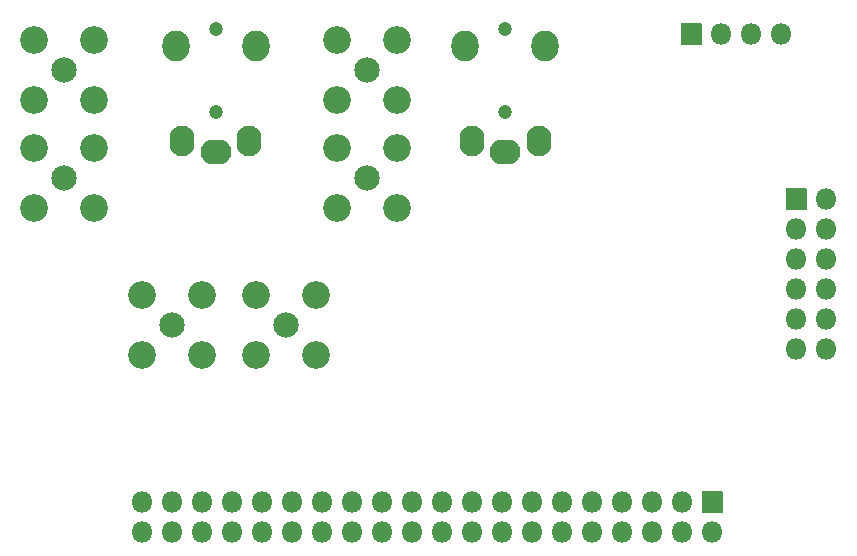
<source format=gbs>
G04 #@! TF.GenerationSoftware,KiCad,Pcbnew,(5.1.9)-1*
G04 #@! TF.CreationDate,2021-12-15T22:13:59+01:00*
G04 #@! TF.ProjectId,AudioCodecModule_WM8960,41756469-6f43-46f6-9465-634d6f64756c,rev?*
G04 #@! TF.SameCoordinates,Original*
G04 #@! TF.FileFunction,Soldermask,Bot*
G04 #@! TF.FilePolarity,Negative*
%FSLAX46Y46*%
G04 Gerber Fmt 4.6, Leading zero omitted, Abs format (unit mm)*
G04 Created by KiCad (PCBNEW (5.1.9)-1) date 2021-12-15 22:13:59*
%MOMM*%
%LPD*%
G01*
G04 APERTURE LIST*
%ADD10O,2.300000X2.600000*%
%ADD11O,2.100000X2.600000*%
%ADD12C,1.200000*%
%ADD13O,2.600000X2.100000*%
%ADD14C,2.350000*%
%ADD15C,2.150000*%
%ADD16O,1.800000X1.800000*%
G04 APERTURE END LIST*
D10*
X163039000Y-56105000D03*
X156239000Y-56105000D03*
D11*
X162489000Y-64205000D03*
X156789000Y-64205000D03*
D12*
X159639000Y-61705000D03*
X159639000Y-54705000D03*
D13*
X159639000Y-65105000D03*
D10*
X187550000Y-56105000D03*
X180750000Y-56105000D03*
D11*
X187000000Y-64205000D03*
X181300000Y-64205000D03*
D12*
X184150000Y-61705000D03*
X184150000Y-54705000D03*
D13*
X184150000Y-65105000D03*
D14*
X169926000Y-60706000D03*
X169926000Y-55626000D03*
X175006000Y-55626000D03*
X175006000Y-60706000D03*
D15*
X172466000Y-58166000D03*
D14*
X144272000Y-60706000D03*
X144272000Y-55626000D03*
X149352000Y-55626000D03*
X149352000Y-60706000D03*
D15*
X146812000Y-58166000D03*
D14*
X169926000Y-69850000D03*
X169926000Y-64770000D03*
X175006000Y-64770000D03*
X175006000Y-69850000D03*
D15*
X172466000Y-67310000D03*
D14*
X144272000Y-69850000D03*
X144272000Y-64770000D03*
X149352000Y-64770000D03*
X149352000Y-69850000D03*
D15*
X146812000Y-67310000D03*
D14*
X163068000Y-82296000D03*
X163068000Y-77216000D03*
X168148000Y-77216000D03*
X168148000Y-82296000D03*
D15*
X165608000Y-79756000D03*
D16*
X153416000Y-97282000D03*
X153416000Y-94742000D03*
X155956000Y-97282000D03*
X155956000Y-94742000D03*
X158496000Y-97282000D03*
X158496000Y-94742000D03*
X161036000Y-97282000D03*
X161036000Y-94742000D03*
X163576000Y-97282000D03*
X163576000Y-94742000D03*
X166116000Y-97282000D03*
X166116000Y-94742000D03*
X168656000Y-97282000D03*
X168656000Y-94742000D03*
X171196000Y-97282000D03*
X171196000Y-94742000D03*
X173736000Y-97282000D03*
X173736000Y-94742000D03*
X176276000Y-97282000D03*
X176276000Y-94742000D03*
X178816000Y-97282000D03*
X178816000Y-94742000D03*
X181356000Y-97282000D03*
X181356000Y-94742000D03*
X183896000Y-97282000D03*
X183896000Y-94742000D03*
X186436000Y-97282000D03*
X186436000Y-94742000D03*
X188976000Y-97282000D03*
X188976000Y-94742000D03*
X191516000Y-97282000D03*
X191516000Y-94742000D03*
X194056000Y-97282000D03*
X194056000Y-94742000D03*
X196596000Y-97282000D03*
X196596000Y-94742000D03*
X199136000Y-97282000D03*
X199136000Y-94742000D03*
X201676000Y-97282000D03*
G36*
G01*
X200826000Y-93842000D02*
X202526000Y-93842000D01*
G75*
G02*
X202576000Y-93892000I0J-50000D01*
G01*
X202576000Y-95592000D01*
G75*
G02*
X202526000Y-95642000I-50000J0D01*
G01*
X200826000Y-95642000D01*
G75*
G02*
X200776000Y-95592000I0J50000D01*
G01*
X200776000Y-93892000D01*
G75*
G02*
X200826000Y-93842000I50000J0D01*
G01*
G37*
X207518000Y-55118000D03*
X204978000Y-55118000D03*
X202438000Y-55118000D03*
G36*
G01*
X200748000Y-56018000D02*
X199048000Y-56018000D01*
G75*
G02*
X198998000Y-55968000I0J50000D01*
G01*
X198998000Y-54268000D01*
G75*
G02*
X199048000Y-54218000I50000J0D01*
G01*
X200748000Y-54218000D01*
G75*
G02*
X200798000Y-54268000I0J-50000D01*
G01*
X200798000Y-55968000D01*
G75*
G02*
X200748000Y-56018000I-50000J0D01*
G01*
G37*
D14*
X153416000Y-82296000D03*
X153416000Y-77216000D03*
X158496000Y-77216000D03*
X158496000Y-82296000D03*
D15*
X155956000Y-79756000D03*
D16*
X211328000Y-81788000D03*
X208788000Y-81788000D03*
X211328000Y-79248000D03*
X208788000Y-79248000D03*
X211328000Y-76708000D03*
X208788000Y-76708000D03*
X211328000Y-74168000D03*
X208788000Y-74168000D03*
X211328000Y-71628000D03*
X208788000Y-71628000D03*
X211328000Y-69088000D03*
G36*
G01*
X207888000Y-69938000D02*
X207888000Y-68238000D01*
G75*
G02*
X207938000Y-68188000I50000J0D01*
G01*
X209638000Y-68188000D01*
G75*
G02*
X209688000Y-68238000I0J-50000D01*
G01*
X209688000Y-69938000D01*
G75*
G02*
X209638000Y-69988000I-50000J0D01*
G01*
X207938000Y-69988000D01*
G75*
G02*
X207888000Y-69938000I0J50000D01*
G01*
G37*
M02*

</source>
